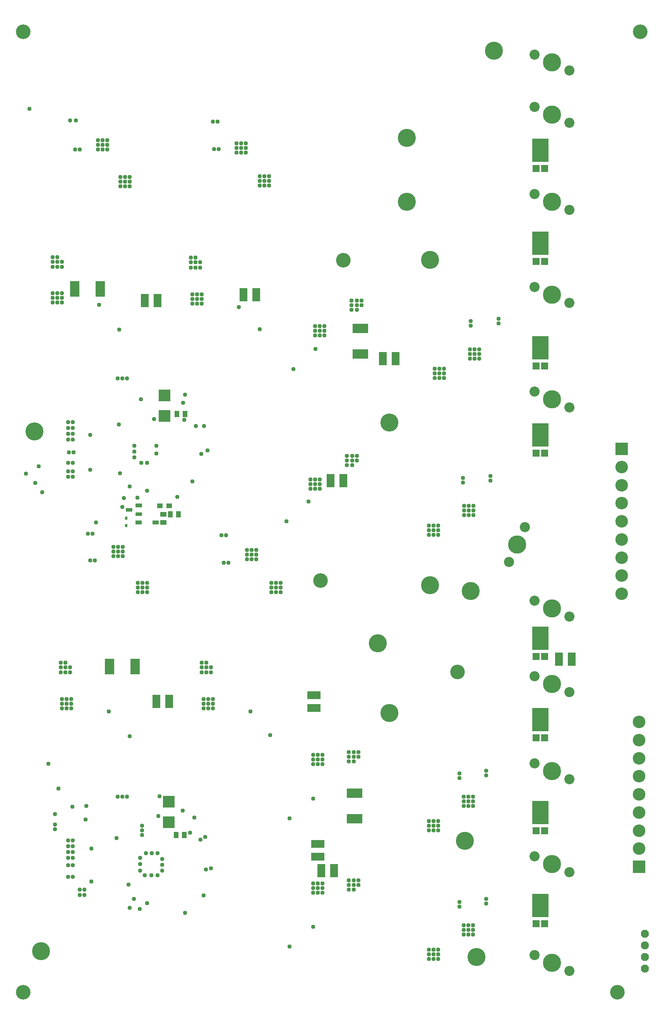
<source format=gbs>
G04 EAGLE Gerber RS-274X export*
G75*
%MOMM*%
%FSLAX34Y34*%
%LPD*%
%INBottom Solder Mask*%
%IPPOS*%
%AMOC8*
5,1,8,0,0,1.08239X$1,22.5*%
G01*
%ADD10C,3.203200*%
%ADD11R,2.903200X1.803200*%
%ADD12R,1.803200X2.903200*%
%ADD13R,1.003200X1.403200*%
%ADD14R,2.753200X2.753200*%
%ADD15C,2.753200*%
%ADD16R,2.503200X2.503200*%
%ADD17R,0.603200X0.763200*%
%ADD18R,3.563200X5.063200*%
%ADD19R,1.593200X1.603200*%
%ADD20R,1.403200X0.903200*%
%ADD21R,1.203200X1.003200*%
%ADD22C,3.943200*%
%ADD23C,2.203200*%
%ADD24C,3.987800*%
%ADD25P,1.869504X8X112.500000*%
%ADD26C,0.353406*%
%ADD27R,1.403200X1.003200*%
%ADD28R,2.003200X3.403200*%
%ADD29R,3.403200X2.003200*%
%ADD30C,0.959600*%


D10*
X50000Y2150000D03*
X1400000Y2150000D03*
X1350000Y50000D03*
X50000Y50000D03*
X700000Y950000D03*
X750000Y1650000D03*
X1000000Y750000D03*
D11*
X685800Y699800D03*
X685800Y671800D03*
X694690Y374680D03*
X694690Y346680D03*
D12*
X1249710Y778510D03*
X1221710Y778510D03*
X532100Y1574800D03*
X560100Y1574800D03*
D13*
X384700Y393700D03*
X402700Y393700D03*
X385970Y1314450D03*
X403970Y1314450D03*
D12*
X341600Y685800D03*
X369600Y685800D03*
D14*
X1358900Y1237900D03*
D15*
X1358900Y1198300D03*
X1358900Y1158700D03*
X1358900Y1119100D03*
X1358900Y1079500D03*
X1358900Y1039900D03*
X1358900Y1000300D03*
X1358900Y960700D03*
X1358900Y921100D03*
D14*
X1397000Y324200D03*
D15*
X1397000Y363800D03*
X1397000Y403400D03*
X1397000Y443000D03*
X1397000Y482600D03*
X1397000Y522200D03*
X1397000Y561800D03*
X1397000Y601400D03*
X1397000Y641000D03*
D16*
X368300Y422000D03*
X368300Y467000D03*
D17*
X275590Y1070380D03*
X275590Y1086080D03*
D18*
X1181100Y1459000D03*
D19*
X1190300Y1419180D03*
X1171900Y1419180D03*
D18*
X1181100Y1687600D03*
D19*
X1190300Y1647780D03*
X1171900Y1647780D03*
D18*
X1181100Y1890800D03*
D19*
X1190300Y1850980D03*
X1171900Y1850980D03*
D16*
X359410Y1309730D03*
X359410Y1354730D03*
D18*
X1181100Y239800D03*
D19*
X1190300Y199980D03*
X1171900Y199980D03*
D18*
X1181100Y443000D03*
D19*
X1190300Y403180D03*
X1171900Y403180D03*
D18*
X1181100Y646200D03*
D19*
X1190300Y606380D03*
X1171900Y606380D03*
D18*
X1181100Y824000D03*
D19*
X1190300Y784180D03*
X1171900Y784180D03*
D20*
X339810Y1076960D03*
X302810Y1076960D03*
D21*
X349410Y1113790D03*
X369410Y1113790D03*
D18*
X1181100Y1268500D03*
D19*
X1190300Y1228680D03*
X1171900Y1228680D03*
D22*
X1041400Y127000D03*
X850900Y1295400D03*
X939800Y1651000D03*
X889000Y1778000D03*
X889000Y1917700D03*
X1079500Y2108200D03*
X1016000Y381000D03*
X850900Y660400D03*
X825500Y812800D03*
X1028700Y927100D03*
X939800Y939800D03*
D23*
X1168400Y1592072D03*
X1244600Y1557528D03*
D24*
X1206500Y1574800D03*
D23*
X1244600Y1760728D03*
X1168400Y1795272D03*
D24*
X1206500Y1778000D03*
D23*
X1168400Y1985772D03*
X1244600Y1951228D03*
D24*
X1206500Y1968500D03*
D23*
X1147572Y1066800D03*
X1113028Y990600D03*
D24*
X1130300Y1028700D03*
D23*
X1244600Y2065528D03*
X1168400Y2100072D03*
D24*
X1206500Y2082800D03*
D23*
X1168400Y131572D03*
X1244600Y97028D03*
D24*
X1206500Y114300D03*
D23*
X1244600Y312928D03*
X1168400Y347472D03*
D24*
X1206500Y330200D03*
D23*
X1168400Y550672D03*
X1244600Y516128D03*
D24*
X1206500Y533400D03*
D23*
X1244600Y706628D03*
X1168400Y741172D03*
D24*
X1206500Y723900D03*
D23*
X1168400Y906272D03*
X1244600Y871728D03*
D24*
X1206500Y889000D03*
D23*
X1244600Y1328928D03*
X1168400Y1363472D03*
D24*
X1206500Y1346200D03*
D25*
X1409700Y101600D03*
X1409700Y127000D03*
X1409700Y152400D03*
X1409700Y177800D03*
D26*
X308099Y1116649D02*
X297301Y1116649D01*
X308099Y1116649D02*
X308099Y1112151D01*
X297301Y1112151D01*
X297301Y1116649D01*
X297301Y1115508D02*
X308099Y1115508D01*
X308099Y1097649D02*
X297301Y1097649D01*
X308099Y1097649D02*
X308099Y1093151D01*
X297301Y1093151D01*
X297301Y1097649D01*
X297301Y1096508D02*
X308099Y1096508D01*
X286899Y1107149D02*
X276101Y1107149D01*
X286899Y1107149D02*
X286899Y1102651D01*
X276101Y1102651D01*
X276101Y1107149D01*
X276101Y1106008D02*
X286899Y1106008D01*
D13*
X372000Y1094740D03*
X390000Y1094740D03*
D27*
X356870Y1094850D03*
X356870Y1076850D03*
D22*
X88900Y139700D03*
X74930Y1276350D03*
D28*
X294700Y762000D03*
X238700Y762000D03*
D29*
X774700Y429200D03*
X774700Y485200D03*
D12*
X730280Y316230D03*
X702280Y316230D03*
D28*
X218500Y1587500D03*
X162500Y1587500D03*
D12*
X316200Y1562100D03*
X344200Y1562100D03*
D29*
X787400Y1445200D03*
X787400Y1501200D03*
D12*
X836900Y1435100D03*
X864900Y1435100D03*
X750600Y1168400D03*
X722600Y1168400D03*
D30*
X213360Y1912620D03*
X223520Y1912620D03*
X233680Y1912620D03*
X213360Y1902460D03*
X213360Y1892300D03*
X223520Y1892300D03*
X223520Y1902460D03*
X233680Y1902460D03*
X233680Y1892300D03*
X516890Y1906270D03*
X527050Y1906270D03*
X537210Y1906270D03*
X516890Y1896110D03*
X516890Y1885950D03*
X527050Y1885950D03*
X527050Y1896110D03*
X537210Y1896110D03*
X537210Y1885950D03*
X1047750Y1455420D03*
X1047750Y1445260D03*
X1047750Y1435100D03*
X1037590Y1455420D03*
X1027430Y1455420D03*
X1027430Y1445260D03*
X1037590Y1445260D03*
X1037590Y1435100D03*
X1027430Y1435100D03*
X1035050Y1113790D03*
X1035050Y1103630D03*
X1035050Y1093470D03*
X1024890Y1113790D03*
X1014730Y1113790D03*
X1014730Y1103630D03*
X1024890Y1103630D03*
X1024890Y1093470D03*
X1014730Y1093470D03*
X698500Y1170940D03*
X698500Y1160780D03*
X698500Y1150620D03*
X688340Y1150620D03*
X688340Y1160780D03*
X688340Y1170940D03*
X678180Y1170940D03*
X678180Y1160780D03*
X678180Y1150620D03*
X259080Y1291590D03*
X196850Y1268730D03*
X196850Y1192530D03*
X261620Y1184910D03*
X256540Y1391920D03*
X266700Y1391920D03*
X276860Y1391920D03*
X132080Y770890D03*
X142240Y770890D03*
X132080Y760730D03*
X142240Y760730D03*
X152400Y760730D03*
X152400Y749300D03*
X142240Y749300D03*
X132080Y749300D03*
X293370Y1244600D03*
X293370Y1231900D03*
X293370Y1219200D03*
X308610Y1207770D03*
X321310Y1207770D03*
X341630Y1228090D03*
X341630Y1244600D03*
X266700Y1110770D03*
X444500Y690880D03*
X454660Y690880D03*
X464820Y690880D03*
X464820Y680720D03*
X454660Y680720D03*
X444500Y680720D03*
X444500Y670560D03*
X454660Y670560D03*
X464820Y670560D03*
X783590Y575310D03*
X783590Y565150D03*
X773430Y575310D03*
X773430Y565150D03*
X773430Y554990D03*
X762000Y554990D03*
X762000Y565150D03*
X762000Y575310D03*
X345440Y435610D03*
X309880Y414020D03*
X119380Y439420D03*
X309880Y403860D03*
X119380Y416560D03*
X309880Y393700D03*
X119380Y406400D03*
X539750Y1017270D03*
X549910Y1017270D03*
X560070Y1017270D03*
X539750Y1007110D03*
X539750Y996950D03*
X549910Y996950D03*
X549910Y1007110D03*
X560070Y1007110D03*
X560070Y996950D03*
X247650Y1023620D03*
X257810Y1023620D03*
X267970Y1023620D03*
X247650Y1013460D03*
X247650Y1003300D03*
X257810Y1003300D03*
X257810Y1013460D03*
X267970Y1013460D03*
X267970Y1003300D03*
X254000Y387350D03*
X199390Y364490D03*
X199390Y292100D03*
X280670Y285750D03*
X256540Y477520D03*
X266700Y477520D03*
X276860Y477520D03*
X306070Y344170D03*
X306070Y330200D03*
X306070Y316230D03*
X316230Y306070D03*
X330200Y306070D03*
X344170Y306070D03*
X354330Y316230D03*
X354330Y328930D03*
X354330Y341630D03*
X344170Y354330D03*
X331470Y354330D03*
X318770Y354330D03*
X1033780Y477520D03*
X1033780Y467360D03*
X1033780Y457200D03*
X1023620Y477520D03*
X1013460Y477520D03*
X1013460Y467360D03*
X1023620Y467360D03*
X1023620Y457200D03*
X1013460Y457200D03*
X704850Y288290D03*
X704850Y278130D03*
X704850Y267970D03*
X694690Y267970D03*
X694690Y278130D03*
X694690Y288290D03*
X684530Y288290D03*
X684530Y278130D03*
X684530Y267970D03*
X1033780Y196850D03*
X1033780Y186690D03*
X1033780Y176530D03*
X1023620Y196850D03*
X1013460Y196850D03*
X1013460Y186690D03*
X1023620Y186690D03*
X1023620Y176530D03*
X1013460Y176530D03*
X134620Y690880D03*
X144780Y690880D03*
X154940Y690880D03*
X154940Y680720D03*
X144780Y680720D03*
X134620Y680720D03*
X134620Y670560D03*
X144780Y670560D03*
X154940Y670560D03*
X440690Y770890D03*
X450850Y770890D03*
X440690Y760730D03*
X450850Y760730D03*
X461010Y760730D03*
X461010Y749300D03*
X450850Y749300D03*
X440690Y749300D03*
X105410Y549910D03*
X415290Y398780D03*
X704850Y568960D03*
X704850Y558800D03*
X704850Y548640D03*
X694690Y548640D03*
X694690Y558800D03*
X694690Y568960D03*
X684530Y568960D03*
X684530Y558800D03*
X684530Y548640D03*
X783590Y294640D03*
X783590Y284480D03*
X773430Y294640D03*
X773430Y284480D03*
X773430Y274320D03*
X762000Y274320D03*
X762000Y284480D03*
X762000Y294640D03*
X283210Y609600D03*
X398780Y447040D03*
X590550Y612140D03*
X448310Y389890D03*
X461010Y321310D03*
X632460Y430530D03*
X444500Y261620D03*
X632460Y149860D03*
X304800Y232410D03*
X292100Y254000D03*
X283210Y234950D03*
X173990Y274320D03*
X184150Y274320D03*
X1062990Y254000D03*
X1062990Y243840D03*
X148590Y327660D03*
X158750Y327660D03*
X1062990Y534670D03*
X1062990Y524510D03*
X483870Y1049020D03*
X494030Y1049020D03*
X148590Y356870D03*
X158750Y356870D03*
X191770Y1052830D03*
X201930Y1052830D03*
X148590Y382270D03*
X158750Y382270D03*
X187960Y457200D03*
X321310Y245110D03*
X186690Y427990D03*
X127000Y495300D03*
X209550Y1076960D03*
X593090Y944880D03*
X593090Y934720D03*
X593090Y924560D03*
X603250Y944880D03*
X603250Y934720D03*
X603250Y924560D03*
X613410Y944880D03*
X613410Y934720D03*
X613410Y924560D03*
X300990Y944880D03*
X300990Y934720D03*
X300990Y924560D03*
X311150Y944880D03*
X311150Y934720D03*
X311150Y924560D03*
X321310Y944880D03*
X321310Y934720D03*
X321310Y924560D03*
X157480Y455930D03*
X957580Y424180D03*
X947420Y424180D03*
X937260Y424180D03*
X957580Y414020D03*
X947420Y414020D03*
X937260Y414020D03*
X957580Y403860D03*
X947420Y403860D03*
X937260Y403860D03*
X957580Y143510D03*
X947420Y143510D03*
X937260Y143510D03*
X957580Y133350D03*
X947420Y133350D03*
X937260Y133350D03*
X957580Y123190D03*
X947420Y123190D03*
X937260Y123190D03*
X347980Y478790D03*
X403860Y223520D03*
X684530Y193040D03*
X173990Y262890D03*
X184150Y262890D03*
X1004570Y247650D03*
X1004570Y237490D03*
X449580Y318770D03*
X684530Y473710D03*
X148590Y302260D03*
X158750Y302260D03*
X1004570Y528320D03*
X1004570Y518160D03*
X547370Y664210D03*
X438150Y383540D03*
X488950Y989330D03*
X499110Y989330D03*
X148590Y344170D03*
X158750Y344170D03*
X237490Y664210D03*
X424180Y431800D03*
X196850Y994410D03*
X207010Y994410D03*
X148590Y369570D03*
X158750Y369570D03*
X420370Y1167130D03*
X626110Y1079500D03*
X387350Y1132840D03*
X674370Y1122680D03*
X1012190Y1174750D03*
X1012190Y1164590D03*
X148590Y1177290D03*
X158750Y1177290D03*
X1071880Y1178560D03*
X1071880Y1168400D03*
X148590Y1188720D03*
X158750Y1188720D03*
X453390Y1234440D03*
X641350Y1412240D03*
X708660Y1506220D03*
X708660Y1496060D03*
X708660Y1485900D03*
X698500Y1485900D03*
X698500Y1496060D03*
X698500Y1506220D03*
X688340Y1506220D03*
X688340Y1496060D03*
X688340Y1485900D03*
X779780Y1223010D03*
X779780Y1212850D03*
X769620Y1223010D03*
X769620Y1212850D03*
X769620Y1202690D03*
X758190Y1202690D03*
X758190Y1212850D03*
X758190Y1223010D03*
X439420Y1226820D03*
X689610Y1456690D03*
X1028700Y1517650D03*
X1028700Y1507490D03*
X148590Y1207770D03*
X158750Y1207770D03*
X1089660Y1522730D03*
X1089660Y1512570D03*
X149860Y1230630D03*
X160020Y1230630D03*
X567690Y1499870D03*
X445770Y1287780D03*
X420370Y1576070D03*
X430530Y1576070D03*
X440690Y1576070D03*
X440690Y1565910D03*
X430530Y1565910D03*
X420370Y1565910D03*
X420370Y1555750D03*
X430530Y1555750D03*
X440690Y1555750D03*
X789940Y1562100D03*
X789940Y1551940D03*
X779780Y1562100D03*
X779780Y1551940D03*
X779780Y1541780D03*
X768350Y1541780D03*
X768350Y1551940D03*
X768350Y1562100D03*
X427990Y1287780D03*
X521970Y1548130D03*
X467360Y1893570D03*
X477520Y1893570D03*
X148590Y1258570D03*
X158750Y1258570D03*
X464820Y1953260D03*
X474980Y1953260D03*
X148590Y1271270D03*
X158750Y1271270D03*
X260350Y1498600D03*
X403860Y1356360D03*
X114300Y1578610D03*
X124460Y1578610D03*
X134620Y1578610D03*
X134620Y1568450D03*
X124460Y1568450D03*
X114300Y1568450D03*
X114300Y1558290D03*
X124460Y1558290D03*
X134620Y1558290D03*
X402590Y1301750D03*
X416560Y1656080D03*
X426720Y1656080D03*
X416560Y1645920D03*
X426720Y1645920D03*
X436880Y1645920D03*
X436880Y1634490D03*
X426720Y1634490D03*
X416560Y1634490D03*
X114300Y1657350D03*
X124460Y1657350D03*
X114300Y1647190D03*
X124460Y1647190D03*
X134620Y1647190D03*
X134620Y1635760D03*
X124460Y1635760D03*
X114300Y1635760D03*
X215900Y1553210D03*
X400050Y1338580D03*
X262890Y1832610D03*
X262890Y1822450D03*
X262890Y1812290D03*
X273050Y1832610D03*
X273050Y1822450D03*
X273050Y1812290D03*
X283210Y1832610D03*
X283210Y1822450D03*
X283210Y1812290D03*
X567690Y1833880D03*
X567690Y1823720D03*
X567690Y1813560D03*
X577850Y1833880D03*
X577850Y1823720D03*
X577850Y1813560D03*
X588010Y1833880D03*
X588010Y1823720D03*
X588010Y1813560D03*
X970280Y1413510D03*
X960120Y1413510D03*
X949960Y1413510D03*
X970280Y1403350D03*
X960120Y1403350D03*
X949960Y1403350D03*
X970280Y1393190D03*
X960120Y1393190D03*
X949960Y1393190D03*
X957580Y1070610D03*
X947420Y1070610D03*
X937260Y1070610D03*
X957580Y1060450D03*
X947420Y1060450D03*
X937260Y1060450D03*
X957580Y1050290D03*
X947420Y1050290D03*
X937260Y1050290D03*
X63500Y1981200D03*
X163830Y1892300D03*
X173990Y1892300D03*
X148590Y1283970D03*
X158750Y1283970D03*
X152400Y1955800D03*
X165100Y1955800D03*
X148590Y1296670D03*
X158750Y1296670D03*
X283210Y1155700D03*
X55880Y1183640D03*
X270510Y1130300D03*
X76200Y1163320D03*
X299720Y1131570D03*
X91440Y1143000D03*
X321310Y1146810D03*
X83820Y1200150D03*
X336550Y1303020D03*
X307340Y1346200D03*
M02*

</source>
